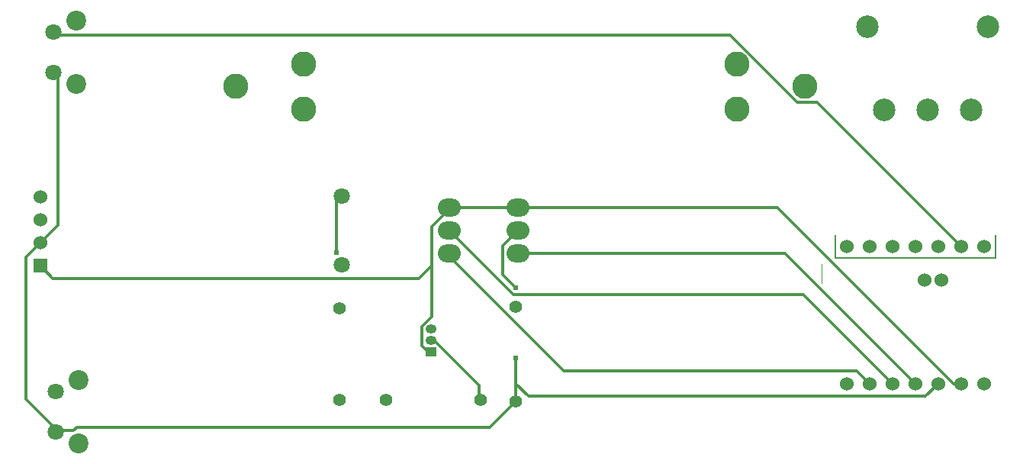
<source format=gtl>
G04 Layer: TopLayer*
G04 EasyEDA Pro v2.2.38.8, 2025-04-29 09:25:40*
G04 Gerber Generator version 0.3*
G04 Scale: 100 percent, Rotated: No, Reflected: No*
G04 Dimensions in millimeters*
G04 Leading zeros omitted, absolute positions, 4 integers and 5 decimals*
%FSLAX45Y45*%
%MOMM*%
%ADD10C,0.00991*%
%ADD11C,0.127*%
%ADD12O,2.54X2.0*%
%ADD13R,1.524X1.524*%
%ADD14C,1.524*%
%ADD15C,1.8*%
%ADD16R,1.2X1.0*%
%ADD17O,1.2X1.0*%
%ADD18C,1.4*%
%ADD19C,2.49999*%
%ADD20C,2.79999*%
%ADD21C,2.2*%
%ADD22C,0.6096*%
%ADD23C,0.3556*%
G75*


G04 PolygonModel Start*
G54D10*
G01X8931732Y-3096057D02*
G01X8931732Y-2887472D01*
G54D11*
G01X10858500Y-2565400D02*
G01X10858500Y-2819400D01*
G01X10858500Y-2819400D02*
G01X9080500Y-2819400D01*
G01X9080500Y-2819400D02*
G01X9080500Y-2565400D01*

G04 Pad Start*
G54D12*
G01X5562600Y-2260280D03*
G01X5562600Y-2514280D03*
G01X5562600Y-2768280D03*
G01X4800600Y-2768280D03*
G01X4800600Y-2514280D03*
G01X4800600Y-2260280D03*
G54D13*
G01X259334Y-2902331D03*
G54D14*
G01X259334Y-2648331D03*
G01X259334Y-2394331D03*
G01X259334Y-2140331D03*
G01X9715490Y-2692410D03*
G01X9969490Y-2692410D03*
G01X10223490Y-2692410D03*
G01X10477490Y-2692410D03*
G01X10731500Y-2692400D03*
G01X10731490Y-4216410D03*
G01X10477490Y-4216410D03*
G01X10223500Y-4216410D03*
G01X9969490Y-4216410D03*
G01X9461490Y-4216410D03*
G01X9207490Y-4216410D03*
G01X9715490Y-4216410D03*
G01X10071090Y-3066806D03*
G01X10259888Y-3066806D03*
G01X9207490Y-2692410D03*
G01X9461490Y-2692410D03*
G54D15*
G01X3606800Y-2134603D03*
G01X3606800Y-2894597D03*
G54D16*
G01X4597400Y-3860800D03*
G54D17*
G01X4597400Y-3733800D03*
G01X4597400Y-3606800D03*
G54D18*
G01X5537200Y-3361207D03*
G01X5537200Y-4411193D03*
G01X4097807Y-4394200D03*
G01X5147793Y-4394200D03*
G01X3581400Y-4396207D03*
G01X3581400Y-3376193D03*
G54D19*
G01X9629188Y-1172195D03*
G01X10109197Y-1172195D03*
G01X10589181Y-1172195D03*
G01X9444203Y-250213D03*
G01X10774197Y-250205D03*
G54D20*
G01X8749309Y-914425D03*
G01X7989392Y-664388D03*
G01X7989291Y-1164412D03*
G01X2426691Y-914375D03*
G01X3186608Y-1164412D03*
G01X3186709Y-664388D03*
G54D21*
G01X683793Y-4171201D03*
G01X683793Y-4871199D03*
G54D15*
G01X433807Y-4746180D03*
G01X433807Y-4296194D03*
G54D21*
G01X658393Y-183401D03*
G01X658393Y-883399D03*
G54D15*
G01X408407Y-758380D03*
G01X408407Y-308394D03*
G04 Pad End*

G04 Via Start*
G54D22*
G01X3545840Y-2760447D03*
G01X5537200Y-3144200D03*
G01X5537200Y-3926520D03*
G04 Via End*

G04 Track Start*
G54D23*
G01X4800600Y-2514280D02*
G01X5511800Y-3225480D01*
G01X8724560Y-3225480D01*
G01X9715490Y-4216410D01*
G01X5562600Y-2768280D02*
G01X8521360Y-2768280D01*
G01X9969490Y-4216410D01*
G01X4800600Y-2768280D02*
G01X4800600Y-2803840D01*
G01X6070930Y-4074170D01*
G01X9319250Y-4074170D01*
G01X9461490Y-4216410D01*
G01X4597400Y-3733800D02*
G01X4632960Y-3733800D01*
G01X5130800Y-4231640D01*
G01X5130800Y-4377207D01*
G01X5147793Y-4394200D01*
G01X10477490Y-2692410D02*
G01X8877290Y-1092210D01*
G01X8663930Y-1092210D01*
G01X7917170Y-345450D01*
G01X445463Y-345450D01*
G01X408407Y-308394D01*
G01X3545840Y-2760447D02*
G01X3545840Y-2195563D01*
G01X3606800Y-2134603D01*
G01X5562600Y-2260280D02*
G01X4815840Y-2260280D01*
G01X4602480Y-2473640D01*
G01X4602480Y-3469320D02*
G01X4495800Y-3576000D01*
G01X4495800Y-3789360D01*
G01X4566920Y-3860480D01*
G01X4597400Y-3860800D01*
G01X4602480Y-2900360D02*
G01X4460240Y-3042600D01*
G01X399603Y-3042600D01*
G01X259334Y-2902331D01*
G01X5562600Y-2260280D02*
G01X8442960Y-2260280D01*
G01X10398760Y-4216080D01*
G01X10477160Y-4216080D01*
G01X5562600Y-2514280D02*
G01X5394960Y-2681920D01*
G01X5394960Y-3001960D01*
G01X5537200Y-3144200D01*
G01X5537200Y-4211000D02*
G01X5679440Y-4353240D01*
G01X10086670Y-4353240D01*
G01X10223500Y-4216410D01*
G01X5537200Y-4411193D02*
G01X5252720Y-4695673D01*
G01X665480Y-4695673D01*
G01X629920Y-4731233D01*
G01X452120Y-4731233D01*
G01X433807Y-4746180D01*
G01X4602480Y-2473640D02*
G01X4602480Y-2900360D01*
G01X4602480Y-3469320D01*
G01X5537200Y-3926520D02*
G01X5537200Y-4211000D01*
G01X5537200Y-4411193D01*
G01X452120Y-4731233D02*
G01X101600Y-4380713D01*
G01X101600Y-2806065D01*
G01X259334Y-2648331D01*
G01X457200Y-2450465D01*
G01X457200Y-807174D01*
G01X408407Y-758380D01*
G04 Track End*

M02*


</source>
